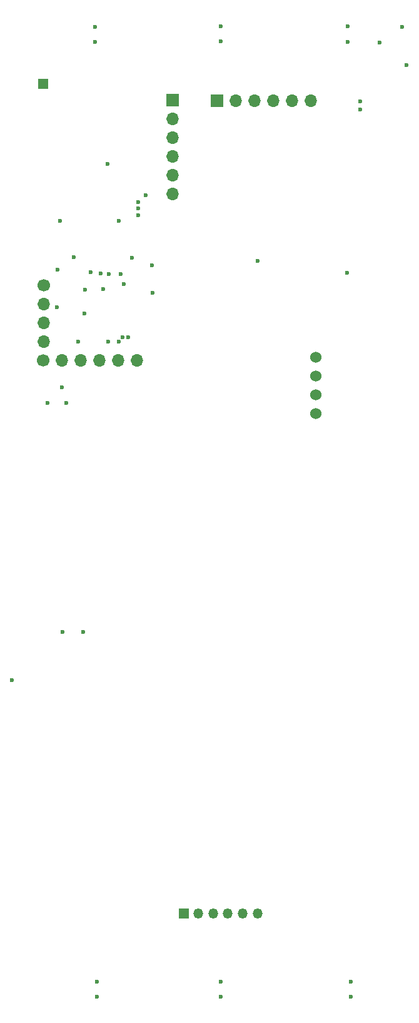
<source format=gbr>
G04 #@! TF.GenerationSoftware,KiCad,Pcbnew,(5.1.7)-1*
G04 #@! TF.CreationDate,2020-10-19T19:05:30+02:00*
G04 #@! TF.ProjectId,Touch-Steuerung,546f7563-682d-4537-9465-756572756e67,1.0*
G04 #@! TF.SameCoordinates,Original*
G04 #@! TF.FileFunction,Copper,L3,Inr*
G04 #@! TF.FilePolarity,Positive*
%FSLAX46Y46*%
G04 Gerber Fmt 4.6, Leading zero omitted, Abs format (unit mm)*
G04 Created by KiCad (PCBNEW (5.1.7)-1) date 2020-10-19 19:05:30*
%MOMM*%
%LPD*%
G01*
G04 APERTURE LIST*
G04 #@! TA.AperFunction,ComponentPad*
%ADD10C,1.700000*%
G04 #@! TD*
G04 #@! TA.AperFunction,ComponentPad*
%ADD11O,1.700000X1.700000*%
G04 #@! TD*
G04 #@! TA.AperFunction,ComponentPad*
%ADD12R,1.350000X1.350000*%
G04 #@! TD*
G04 #@! TA.AperFunction,ComponentPad*
%ADD13O,1.350000X1.350000*%
G04 #@! TD*
G04 #@! TA.AperFunction,ComponentPad*
%ADD14R,1.700000X1.700000*%
G04 #@! TD*
G04 #@! TA.AperFunction,ComponentPad*
%ADD15C,1.524000*%
G04 #@! TD*
G04 #@! TA.AperFunction,ViaPad*
%ADD16C,0.600000*%
G04 #@! TD*
G04 APERTURE END LIST*
D10*
X77341500Y-75601500D03*
D11*
X77341500Y-78141500D03*
X77341500Y-80681500D03*
X77341500Y-83221500D03*
D10*
X77278000Y-85761500D03*
D11*
X79818000Y-85761500D03*
X82358000Y-85761500D03*
X84898000Y-85761500D03*
X87438000Y-85761500D03*
X89978000Y-85761500D03*
D12*
X77300000Y-48300000D03*
X96300000Y-160600000D03*
D13*
X98300000Y-160600000D03*
X100300000Y-160600000D03*
X102300000Y-160600000D03*
X104300000Y-160600000D03*
X106300000Y-160600000D03*
D14*
X100800000Y-50600000D03*
D11*
X103340000Y-50600000D03*
X105880000Y-50600000D03*
X108420000Y-50600000D03*
X110960000Y-50600000D03*
X113500000Y-50600000D03*
X94800000Y-63200000D03*
X94800000Y-60660000D03*
X94800000Y-58120000D03*
X94800000Y-55580000D03*
X94800000Y-53040000D03*
D14*
X94800000Y-50500000D03*
D15*
X114220000Y-85290000D03*
X114220000Y-87830000D03*
X114220000Y-90370000D03*
X114220000Y-92910000D03*
D16*
X88200000Y-75411000D03*
X86121000Y-83158000D03*
X82993000Y-76173000D03*
X85980000Y-59180000D03*
X120224999Y-51775001D03*
X106350000Y-72250000D03*
X92100000Y-76600000D03*
X84350000Y-42600000D03*
X73100000Y-129000000D03*
X79246500Y-73442500D03*
X79158500Y-78541500D03*
X87530000Y-66870000D03*
X79600000Y-66820000D03*
X120250000Y-50650000D03*
X125900000Y-40600000D03*
X118500000Y-40549999D03*
X101350001Y-40549999D03*
X84350001Y-40599999D03*
X118949999Y-171800001D03*
X101299999Y-171800001D03*
X84550000Y-171800000D03*
X101350001Y-42549999D03*
X118500000Y-42600000D03*
X118950000Y-169850000D03*
X101300000Y-169800000D03*
X84550000Y-169850000D03*
X92010000Y-72871000D03*
X88835000Y-82586500D03*
X79900000Y-122500000D03*
X82700000Y-122500000D03*
X83755000Y-73823500D03*
X81405500Y-71728000D03*
X85406000Y-76046000D03*
X82040500Y-83158000D03*
X82866000Y-79348000D03*
X91188969Y-63411031D03*
X87501500Y-83221500D03*
X88035776Y-82621992D03*
X77900000Y-91500000D03*
X80400000Y-91500000D03*
X79800000Y-89400000D03*
X87819000Y-74014000D03*
X126500000Y-45800000D03*
X118400000Y-73900000D03*
X86168000Y-74014000D03*
X90200000Y-65200000D03*
X90200000Y-66100000D03*
X89343000Y-71855000D03*
X122800000Y-42700000D03*
X85100000Y-74000000D03*
X90200000Y-64300000D03*
M02*

</source>
